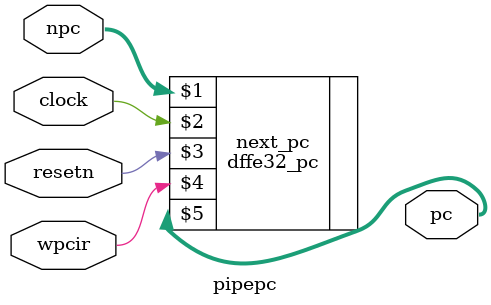
<source format=v>
module pipepc(
	npc,wpcir,clock,resetn,
	pc);
	
   input  [31:0] npc;
   input  wpcir,clock,resetn;
	
   output [31:0] pc;
   dffe32_pc next_pc(npc, clock, resetn, wpcir, pc);

endmodule
</source>
